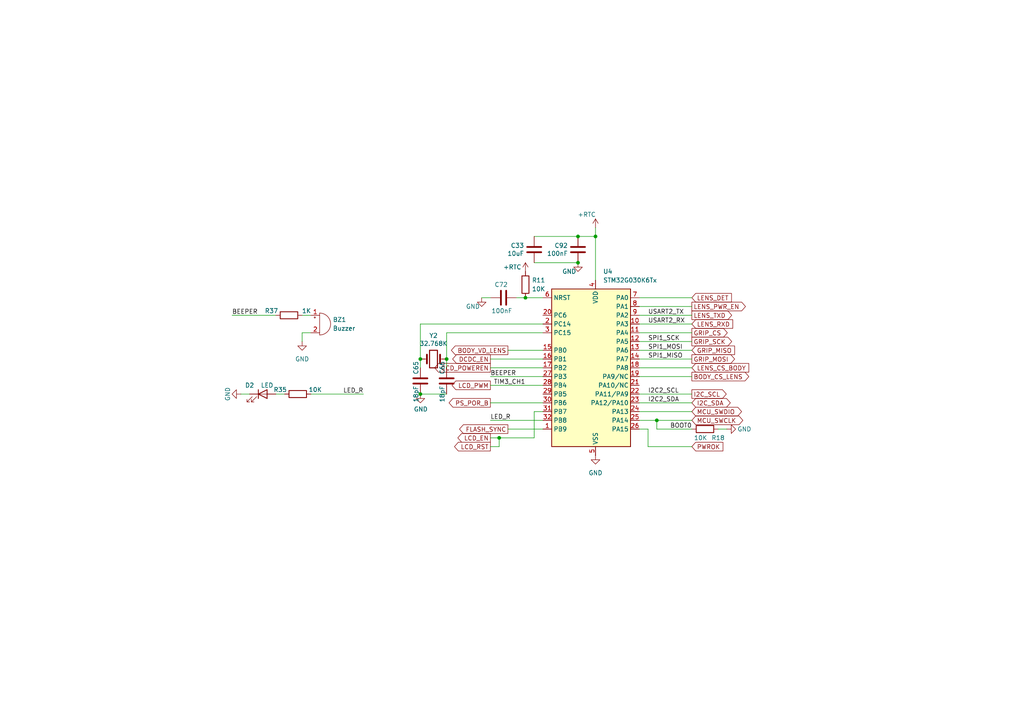
<source format=kicad_sch>
(kicad_sch (version 20231120) (generator "eeschema") (generator_version "8.0")
  (paper "A4")
  (title_block (title "Housekeeping Microcontroller") (date "2024-06-09") (rev "R0.10") (company "Copyright 2024 Anhang Li, Wenting Zhang") (comment 2 "MERCHANTABILITY, SATISFACTORY QUALITY AND FITNESS FOR A PARTICULAR PURPOSE.") (comment 3 "This source is distributed WITHOUT ANY EXPRESS OR IMPLIED WARRANTY, INCLUDING OF") (comment 4 "This source describes Open Hardware and is licensed under the CERN-OHL-P v2."))
  (lib_symbols
    (symbol "Device:Buzzer" (pin_names (offset 0.0254) hide)
      (property "Reference" "BZ" (at 3.81 1.27 0))
      (property "Value" "Buzzer" (at 3.81 -1.27 0))
      (symbol "Buzzer_0_1"
        (arc (start 0 -3.175) (mid 3.1612 0) (end 0 3.175))
        (polyline (pts (xy -1.651 1.905) (xy -1.143 1.905)))
        (polyline (pts (xy -1.397 2.159) (xy -1.397 1.651)))
        (polyline (pts (xy 0 3.175) (xy 0 -3.175)))
      )
      (symbol "Buzzer_1_1"
        (pin passive line (at -2.54 2.54 0) (length 2.54) (name "+") (number "1"))
        (pin passive line (at -2.54 -2.54 0) (length 2.54) (name "-") (number "2"))
      )
    )
    (symbol "Device:C" (pin_numbers hide) (pin_names (offset 0.254))
      (property "Reference" "C" (at 0.635 2.54 0))
      (property "Value" "C" (at 0.635 -2.54 0))
      (symbol "C_0_1"
        (polyline (pts (xy -2.032 -0.762) (xy 2.032 -0.762)) (stroke (width 0.508)))
        (polyline (pts (xy -2.032 0.762) (xy 2.032 0.762)) (stroke (width 0.508)))
      )
      (symbol "C_1_1"
        (pin passive line (at 0 3.81 270) (length 2.794) (name "~") (number "1"))
        (pin passive line (at 0 -3.81 90) (length 2.794) (name "~") (number "2"))
      )
    )
    (symbol "Device:Crystal" (pin_numbers hide) (pin_names (offset 1.016) hide)
      (property "Reference" "Y" (at 0 3.81 0))
      (property "Value" "Crystal" (at 0 -3.81 0))
      (symbol "Crystal_0_1"
        (rectangle (start -1.143 2.54) (end 1.143 -2.54) (stroke (width 0.3048)))
        (polyline (pts (xy -2.54 0) (xy -1.905 0)))
        (polyline (pts (xy -1.905 -1.27) (xy -1.905 1.27)) (stroke (width 0.508)))
        (polyline (pts (xy 1.905 -1.27) (xy 1.905 1.27)) (stroke (width 0.508)))
        (polyline (pts (xy 2.54 0) (xy 1.905 0)))
      )
      (symbol "Crystal_1_1"
        (pin passive line (at -3.81 0 0) (length 1.27) (name "1") (number "1"))
        (pin passive line (at 3.81 0 180) (length 1.27) (name "2") (number "2"))
      )
    )
    (symbol "Device:LED" (pin_numbers hide) (pin_names (offset 1.016) hide)
      (property "Reference" "D" (at 0 2.54 0))
      (property "Value" "LED" (at 0 -2.54 0))
      (symbol "LED_0_1"
        (polyline (pts (xy -1.27 -1.27) (xy -1.27 1.27)) (stroke (width 0.254)))
        (polyline (pts (xy -1.27 0) (xy 1.27 0)))
        (polyline (pts (xy 1.27 -1.27) (xy 1.27 1.27) (xy -1.27 0) (xy 1.27 -1.27)) (stroke (width 0.254)))
        (polyline (pts (xy -3.048 -0.762) (xy -4.572 -2.286) (xy -3.81 -2.286) (xy -4.572 -2.286) (xy -4.572 -1.524)))
        (polyline (pts (xy -1.778 -0.762) (xy -3.302 -2.286) (xy -2.54 -2.286) (xy -3.302 -2.286) (xy -3.302 -1.524)))
      )
      (symbol "LED_1_1"
        (pin passive line (at -3.81 0 0) (length 2.54) (name "K") (number "1"))
        (pin passive line (at 3.81 0 180) (length 2.54) (name "A") (number "2"))
      )
    )
    (symbol "Device:R" (pin_numbers hide) (pin_names (offset 0))
      (property "Reference" "R" (at 2.032 0 90))
      (property "Value" "R" (at 0 0 90))
      (symbol "R_0_1"
        (rectangle (start -1.016 -2.54) (end 1.016 2.54) (stroke (width 0.254)))
      )
      (symbol "R_1_1"
        (pin passive line (at 0 3.81 270) (length 1.27) (name "~") (number "1"))
        (pin passive line (at 0 -3.81 90) (length 1.27) (name "~") (number "2"))
      )
    )
    (symbol "MCU_ST_STM32G0:STM32G030K6Tx"
      (property "Reference" "U" (at -10.16 24.13 0))
      (property "Value" "STM32G030K6Tx" (at 5.08 24.13 0))
      (symbol "STM32G030K6Tx_0_1"
        (rectangle (start -10.16 -22.86) (end 12.7 22.86) (stroke (width 0.254)) (fill (type background)))
      )
      (symbol "STM32G030K6Tx_1_1"
        (pin bidirectional line (at -12.7 -17.78 0) (length 2.54) (name "PB9") (number "1"))
        (pin bidirectional line (at 15.24 12.7 180) (length 2.54) (name "PA3") (number "10"))
        (pin bidirectional line (at 15.24 10.16 180) (length 2.54) (name "PA4") (number "11"))
        (pin bidirectional line (at 15.24 7.62 180) (length 2.54) (name "PA5") (number "12"))
        (pin bidirectional line (at 15.24 5.08 180) (length 2.54) (name "PA6") (number "13"))
        (pin bidirectional line (at 15.24 2.54 180) (length 2.54) (name "PA7") (number "14"))
        (pin bidirectional line (at -12.7 5.08 0) (length 2.54) (name "PB0") (number "15"))
        (pin bidirectional line (at -12.7 2.54 0) (length 2.54) (name "PB1") (number "16"))
        (pin bidirectional line (at -12.7 0 0) (length 2.54) (name "PB2") (number "17"))
        (pin bidirectional line (at 15.24 0 180) (length 2.54) (name "PA8") (number "18"))
        (pin bidirectional line (at 15.24 -2.54 180) (length 2.54) (name "PA9/NC") (number "19"))
        (pin bidirectional line (at -12.7 12.7 0) (length 2.54) (name "PC14") (number "2"))
        (pin bidirectional line (at -12.7 15.24 0) (length 2.54) (name "PC6") (number "20"))
        (pin bidirectional line (at 15.24 -5.08 180) (length 2.54) (name "PA10/NC") (number "21"))
        (pin bidirectional line (at 15.24 -7.62 180) (length 2.54) (name "PA11/PA9") (number "22"))
        (pin bidirectional line (at 15.24 -10.16 180) (length 2.54) (name "PA12/PA10") (number "23"))
        (pin bidirectional line (at 15.24 -12.7 180) (length 2.54) (name "PA13") (number "24"))
        (pin bidirectional line (at 15.24 -15.24 180) (length 2.54) (name "PA14") (number "25"))
        (pin bidirectional line (at 15.24 -17.78 180) (length 2.54) (name "PA15") (number "26"))
        (pin bidirectional line (at -12.7 -2.54 0) (length 2.54) (name "PB3") (number "27"))
        (pin bidirectional line (at -12.7 -5.08 0) (length 2.54) (name "PB4") (number "28"))
        (pin bidirectional line (at -12.7 -7.62 0) (length 2.54) (name "PB5") (number "29"))
        (pin bidirectional line (at -12.7 10.16 0) (length 2.54) (name "PC15") (number "3"))
        (pin bidirectional line (at -12.7 -10.16 0) (length 2.54) (name "PB6") (number "30"))
        (pin bidirectional line (at -12.7 -12.7 0) (length 2.54) (name "PB7") (number "31"))
        (pin bidirectional line (at -12.7 -15.24 0) (length 2.54) (name "PB8") (number "32"))
        (pin power_in line (at 2.54 25.4 270) (length 2.54) (name "VDD") (number "4"))
        (pin power_in line (at 2.54 -25.4 90) (length 2.54) (name "VSS") (number "5"))
        (pin input line (at -12.7 20.32 0) (length 2.54) (name "NRST") (number "6"))
        (pin bidirectional line (at 15.24 20.32 180) (length 2.54) (name "PA0") (number "7"))
        (pin bidirectional line (at 15.24 17.78 180) (length 2.54) (name "PA1") (number "8"))
        (pin bidirectional line (at 15.24 15.24 180) (length 2.54) (name "PA2") (number "9"))
      )
    )
    (symbol "power:GND" (power) (pin_numbers hide) (pin_names (offset 0) hide)
      (property "Value" "GND" (at 0 -3.81 0))
      (symbol "GND_0_1"
        (polyline (pts (xy 0 0) (xy 0 -1.27) (xy 1.27 -1.27) (xy 0 -2.54) (xy -1.27 -1.27) (xy 0 -1.27)))
      )
      (symbol "GND_1_1"
        (pin power_in line (at 0 0 270) (length 0) (name "~") (number "1"))
      )
    )
    (symbol "symbols:+RTC" (power) (pin_names (offset 0))
      (property "Value" "+RTC" (at 0 3.556 0))
      (symbol "+RTC_0_1"
        (polyline (pts (xy -0.762 1.27) (xy 0 2.54)))
        (polyline (pts (xy 0 0) (xy 0 2.54)))
        (polyline (pts (xy 0 2.54) (xy 0.762 1.27)))
      )
      (symbol "+RTC_1_1"
        (pin power_in line (at 0 0 90) (length 0) hide (name "+RTC") (number "1"))
      )
    )
  )
  (junction (at 167.64 76.2))
  (junction (at 121.92 104.14))
  (junction (at 190.5 121.92))
  (junction (at 129.54 104.14))
  (junction (at 121.92 114.3) (diameter 0.9144))
  (junction (at 172.72 68.58))
  (junction (at 152.4 86.36))
  (junction (at 167.64 68.58))
  (junction (at 144.78 127))
  (wire (pts (xy 157.48 121.92) (xy 142.24 121.92)))
  (wire (pts (xy 142.24 106.68) (xy 157.48 106.68)))
  (wire (pts (xy 67.31 91.44) (xy 80.01 91.44)))
  (wire (pts (xy 185.42 88.9) (xy 200.66 88.9)))
  (wire (pts (xy 185.42 101.6) (xy 200.66 101.6)))
  (wire (pts (xy 185.42 116.84) (xy 200.66 116.84)))
  (wire (pts (xy 157.48 116.84) (xy 142.24 116.84)))
  (wire (pts (xy 157.48 109.22) (xy 142.24 109.22)))
  (wire (pts (xy 154.94 68.58) (xy 167.64 68.58)))
  (wire (pts (xy 121.92 93.98) (xy 157.48 93.98)))
  (wire (pts (xy 129.54 104.14) (xy 129.54 106.68)))
  (wire (pts (xy 190.5 121.92) (xy 200.66 121.92)))
  (wire (pts (xy 185.42 91.44) (xy 200.66 91.44)))
  (wire (pts (xy 154.94 127) (xy 144.78 127)))
  (wire (pts (xy 87.63 91.44) (xy 90.17 91.44)))
  (wire (pts (xy 185.42 106.68) (xy 200.66 106.68)))
  (wire (pts (xy 90.17 114.3) (xy 105.41 114.3)))
  (wire (pts (xy 185.42 99.06) (xy 200.66 99.06)))
  (wire (pts (xy 190.5 121.92) (xy 190.5 124.46)))
  (wire (pts (xy 185.42 114.3) (xy 200.66 114.3)))
  (wire (pts (xy 129.54 96.52) (xy 129.54 104.14)))
  (wire (pts (xy 129.54 96.52) (xy 157.48 96.52)))
  (wire (pts (xy 185.42 96.52) (xy 200.66 96.52)))
  (wire (pts (xy 87.63 96.52) (xy 87.63 99.06)))
  (wire (pts (xy 72.39 114.3) (xy 69.85 114.3)))
  (wire (pts (xy 157.48 111.76) (xy 142.24 111.76)))
  (wire (pts (xy 129.54 114.3) (xy 121.92 114.3)))
  (wire (pts (xy 157.48 101.6) (xy 147.32 101.6)))
  (wire (pts (xy 139.7 86.36) (xy 142.24 86.36)))
  (wire (pts (xy 157.48 119.38) (xy 154.94 119.38)))
  (wire (pts (xy 144.78 129.54) (xy 144.78 127)))
  (wire (pts (xy 121.92 106.68) (xy 121.92 104.14)))
  (wire (pts (xy 149.86 86.36) (xy 152.4 86.36)))
  (wire (pts (xy 200.66 129.54) (xy 187.96 129.54)))
  (wire (pts (xy 185.42 109.22) (xy 200.66 109.22)))
  (wire (pts (xy 157.48 104.14) (xy 142.24 104.14)))
  (wire (pts (xy 185.42 119.38) (xy 200.66 119.38)))
  (wire (pts (xy 172.72 68.58) (xy 172.72 81.28)))
  (wire (pts (xy 187.96 129.54) (xy 187.96 124.46)))
  (wire (pts (xy 154.94 76.2) (xy 167.64 76.2)))
  (wire (pts (xy 90.17 96.52) (xy 87.63 96.52)))
  (wire (pts (xy 172.72 66.04) (xy 172.72 68.58)))
  (wire (pts (xy 152.4 86.36) (xy 157.48 86.36)))
  (wire (pts (xy 147.32 124.46) (xy 157.48 124.46)))
  (wire (pts (xy 185.42 104.14) (xy 200.66 104.14)))
  (wire (pts (xy 185.42 86.36) (xy 200.66 86.36)))
  (wire (pts (xy 185.42 93.98) (xy 200.66 93.98)))
  (wire (pts (xy 210.82 124.46) (xy 208.28 124.46)))
  (wire (pts (xy 185.42 121.92) (xy 190.5 121.92)))
  (wire (pts (xy 142.24 129.54) (xy 144.78 129.54)))
  (wire (pts (xy 121.92 93.98) (xy 121.92 104.14)))
  (wire (pts (xy 187.96 124.46) (xy 185.42 124.46)))
  (wire (pts (xy 167.64 68.58) (xy 172.72 68.58)))
  (wire (pts (xy 154.94 119.38) (xy 154.94 127)))
  (wire (pts (xy 80.01 114.3) (xy 82.55 114.3)))
  (wire (pts (xy 200.66 124.46) (xy 190.5 124.46)))
  (wire (pts (xy 144.78 127) (xy 142.24 127)))
  (label "BOOT0" (at 200.66 124.46 180))
  (label "SPI1_MISO" (at 187.96 104.14 0))
  (label "BEEPER" (at 142.24 109.22 0))
  (label "USART2_RX" (at 187.96 93.98 0))
  (label "SPI1_MOSI" (at 187.96 101.6 0))
  (label "SPI1_SCK" (at 187.96 99.06 0))
  (label "LED_R" (at 105.41 114.3 180))
  (label "USART2_TX" (at 187.96 91.44 0))
  (label "LED_R" (at 142.24 121.92 0))
  (label "I2C2_SDA" (at 187.96 116.84 0))
  (label "I2C2_SCL" (at 187.96 114.3 0))
  (label "TIM3_CH1" (at 152.4 111.76 180))
  (label "BEEPER" (at 67.31 91.44 0))
  (global_label "LCD_EN" (shape output) (at 142.24 127 180) (property "Intersheetrefs" "${INTERSHEET_REFS}" (effects (hide yes))))
  (global_label "PS_POR_B" (shape output) (at 142.24 116.84 180) (property "Intersheetrefs" "${INTERSHEET_REFS}" (effects (hide yes))))
  (global_label "LENS_PWR_EN" (shape output) (at 200.66 88.9 0) (property "Intersheetrefs" "${INTERSHEET_REFS}" (effects (hide yes))))
  (global_label "BODY_VD_LENS" (shape output) (at 147.32 101.6 180) (property "Intersheetrefs" "${INTERSHEET_REFS}" (effects (hide yes))))
  (global_label "I2C_SCL" (shape output) (at 200.66 114.3 0) (property "Intersheetrefs" "${INTERSHEET_REFS}" (effects (hide yes))))
  (global_label "LENS_TXD" (shape output) (at 200.66 91.44 0) (property "Intersheetrefs" "${INTERSHEET_REFS}" (effects (hide yes))))
  (global_label "DCDC_EN" (shape output) (at 142.24 104.14 180) (property "Intersheetrefs" "${INTERSHEET_REFS}" (effects (hide yes))))
  (global_label "GRIP_MISO" (shape input) (at 200.66 101.6 0) (property "Intersheetrefs" "${INTERSHEET_REFS}" (effects (hide yes))))
  (global_label "CCD_POWEREN" (shape output) (at 142.24 106.68 180) (property "Intersheetrefs" "${INTERSHEET_REFS}" (effects (hide yes))))
  (global_label "GRIP_MOSI" (shape output) (at 200.66 104.14 0) (property "Intersheetrefs" "${INTERSHEET_REFS}" (effects (hide yes))))
  (global_label "GRIP_CS" (shape output) (at 200.66 96.52 0) (property "Intersheetrefs" "${INTERSHEET_REFS}" (effects (hide yes))))
  (global_label "PWROK" (shape input) (at 200.66 129.54 0) (property "Intersheetrefs" "${INTERSHEET_REFS}" (effects (hide yes))))
  (global_label "LENS_DET" (shape input) (at 200.66 86.36 0) (property "Intersheetrefs" "${INTERSHEET_REFS}" (effects (hide yes))))
  (global_label "LENS_CS_BODY" (shape input) (at 200.66 106.68 0) (property "Intersheetrefs" "${INTERSHEET_REFS}" (effects (hide yes))))
  (global_label "BODY_CS_LENS" (shape output) (at 200.66 109.22 0) (property "Intersheetrefs" "${INTERSHEET_REFS}" (effects (hide yes))))
  (global_label "LCD_RST" (shape output) (at 142.24 129.54 180) (property "Intersheetrefs" "${INTERSHEET_REFS}" (effects (hide yes))))
  (global_label "I2C_SDA" (shape bidirectional) (at 200.66 116.84 0) (property "Intersheetrefs" "${INTERSHEET_REFS}" (effects (hide yes))))
  (global_label "FLASH_SYNC" (shape output) (at 147.32 124.46 180) (property "Intersheetrefs" "${INTERSHEET_REFS}" (effects (hide yes))))
  (global_label "MCU_SWCLK" (shape bidirectional) (at 200.66 121.92 0) (property "Intersheetrefs" "${INTERSHEET_REFS}" (effects (hide yes))))
  (global_label "LCD_PWM" (shape output) (at 142.24 111.76 180) (property "Intersheetrefs" "${INTERSHEET_REFS}" (effects (hide yes))))
  (global_label "MCU_SWDIO" (shape bidirectional) (at 200.66 119.38 0) (property "Intersheetrefs" "${INTERSHEET_REFS}" (effects (hide yes))))
  (global_label "GRIP_SCK" (shape output) (at 200.66 99.06 0) (property "Intersheetrefs" "${INTERSHEET_REFS}" (effects (hide yes))))
  (global_label "LENS_RXD" (shape input) (at 200.66 93.98 0) (property "Intersheetrefs" "${INTERSHEET_REFS}" (effects (hide yes))))
  (symbol (lib_id "power:GND") (at 210.82 124.46 90) (unit 1)
    (property "Reference" "#PWR010" (effects (hide yes)))
    (property "Value" "GND" (at 215.9 124.46 90))
    (property "Description" "Power symbol creates a global label with name \"GND\" , ground" (effects (hide yes)))
  )
  (symbol (lib_id "power:GND") (at 139.7 86.36 0) (unit 1)
    (property "Reference" "#PWR043" (effects (hide yes)))
    (property "Value" "GND" (at 137.16 88.9 0))
    (property "Description" "Power symbol creates a global label with name \"GND\" , ground" (effects (hide yes)))
  )
  (symbol (lib_id "Device:C") (at 167.64 72.39 0) (mirror y) (unit 1)
    (property "Reference" "C92" (at 164.719 71.2216 0) (effects (justify left)))
    (property "Value" "100nF" (at 164.719 73.533 0) (effects (justify left)))
    (property "Footprint" "Capacitor_SMD:C_0402_1005Metric" (effects (hide yes)))
  )
  (symbol (lib_id "Device:C") (at 121.92 110.49 180) (unit 1)
    (property "Reference" "C65" (at 120.65 106.68 90))
    (property "Value" "18pF" (at 120.65 114.3 90))
    (property "Footprint" "Capacitor_SMD:C_0402_1005Metric" (effects (hide yes)))
  )
  (symbol (lib_id "Device:R") (at 152.4 82.55 0) (unit 1)
    (property "Reference" "R11" (at 156.21 81.28 0))
    (property "Value" "10K" (at 156.21 83.82 0))
    (property "Footprint" "Resistor_SMD:R_0402_1005Metric" (effects (hide yes)))
  )
  (symbol (lib_id "Device:Crystal") (at 125.73 104.14 0) (unit 1)
    (property "Reference" "Y2" (at 125.73 97.3328 0))
    (property "Value" "32.768K" (at 125.73 99.6442 0))
    (property "Footprint" "Crystal:Crystal_SMD_TXC_9HT11-2Pin_2.0x1.2mm_HandSoldering" (effects (hide yes)))
  )
  (symbol (lib_id "power:GND") (at 87.63 99.06 0) (unit 1)
    (property "Reference" "#PWR027" (effects (hide yes)))
    (property "Value" "GND" (at 87.63 104.14 0))
    (property "Description" "Power symbol creates a global label with name \"GND\" , ground" (effects (hide yes)))
  )
  (symbol (lib_id "Device:R") (at 204.47 124.46 270) (unit 1)
    (property "Reference" "R18" (at 208.28 127 90))
    (property "Value" "10K" (at 203.2 127 90))
    (property "Footprint" "Resistor_SMD:R_0402_1005Metric" (effects (hide yes)))
  )
  (symbol (lib_id "Device:C") (at 146.05 86.36 90) (mirror x) (unit 1)
    (property "Reference" "C72" (at 147.32 82.55 90) (effects (justify left)))
    (property "Value" "100nF" (at 148.59 90.17 90) (effects (justify left)))
    (property "Footprint" "Capacitor_SMD:C_0402_1005Metric" (effects (hide yes)))
  )
  (symbol (lib_id "power:GND") (at 167.64 76.2 0) (unit 1)
    (property "Reference" "#PWR088" (effects (hide yes)))
    (property "Value" "GND" (at 165.1 78.74 0))
    (property "Description" "Power symbol creates a global label with name \"GND\" , ground" (effects (hide yes)))
  )
  (symbol (lib_id "Device:C") (at 154.94 72.39 0) (mirror y) (unit 1)
    (property "Reference" "C33" (at 152.019 71.2216 0) (effects (justify left)))
    (property "Value" "10uF" (at 152.019 73.533 0) (effects (justify left)))
    (property "Footprint" "Capacitor_SMD:C_0603_1608Metric" (effects (hide yes)))
  )
  (symbol (lib_id "symbols:+RTC") (at 152.4 78.74 0) (unit 1)
    (property "Reference" "#PWR041" (effects (hide yes)))
    (property "Value" "+RTC" (at 148.59 77.47 0))
  )
  (symbol (lib_id "Device:LED") (at 76.2 114.3 0) (unit 1)
    (property "Reference" "D2" (at 72.39 111.76 0))
    (property "Value" "LED" (at 77.47 111.76 0))
    (property "Footprint" "LED_SMD:LED_0603_1608Metric" (effects (hide yes)))
    (property "Description" "Light emitting diode" (effects (hide yes)))
  )
  (symbol (lib_id "Device:R") (at 86.36 114.3 270) (unit 1)
    (property "Reference" "R35" (at 81.28 113.03 90))
    (property "Value" "10K" (at 91.44 113.03 90))
    (property "Footprint" "Resistor_SMD:R_0402_1005Metric" (effects (hide yes)))
  )
  (symbol (lib_id "Device:Buzzer") (at 92.71 93.98 0) (unit 1)
    (property "Reference" "BZ1" (at 96.52 92.7099 0) (effects (justify left)))
    (property "Value" "Buzzer" (at 96.52 95.2499 0) (effects (justify left)))
    (property "Footprint" "Buzzer_Beeper:Buzzer_Murata_PKMCS0909E" (effects (hide yes)))
    (property "Description" "Buzzer, polarized" (effects (hide yes)))
  )
  (symbol (lib_id "symbols:+RTC") (at 172.72 66.04 0) (unit 1)
    (property "Reference" "#PWR090" (effects (hide yes)))
    (property "Value" "+RTC" (at 170.18 62.23 0))
  )
  (symbol (lib_id "Device:R") (at 83.82 91.44 270) (unit 1)
    (property "Reference" "R37" (at 78.74 90.17 90))
    (property "Value" "1K" (at 88.9 90.17 90))
    (property "Footprint" "Resistor_SMD:R_0402_1005Metric" (effects (hide yes)))
  )
  (symbol (lib_id "power:GND") (at 121.92 114.3 0) (unit 1)
    (property "Reference" "#PWR087" (effects (hide yes)))
    (property "Value" "GND" (at 122.047 118.6942 0))
  )
  (symbol (lib_id "power:GND") (at 69.85 114.3 270) (unit 1)
    (property "Reference" "#PWR0132" (effects (hide yes)))
    (property "Value" "GND" (at 66.04 114.3 0))
    (property "Description" "Power symbol creates a global label with name \"GND\" , ground" (effects (hide yes)))
  )
  (symbol (lib_id "MCU_ST_STM32G0:STM32G030K6Tx") (at 170.18 106.68 0) (unit 1)
    (property "Reference" "U4" (at 174.9141 78.74 0) (effects (justify left)))
    (property "Value" "STM32G030K6Tx" (at 174.9141 81.28 0) (effects (justify left)))
    (property "Footprint" "Package_QFP:LQFP-32_7x7mm_P0.8mm" (effects (hide yes)))
    (property "Datasheet" "https://www.st.com/resource/en/datasheet/stm32g030k6.pdf" (effects (hide yes)))
    (property "Description" "STMicroelectronics Arm Cortex-M0+ MCU, 32KB flash, 8KB RAM, 64 MHz, 2.0-3.6V, 29 GPIO, LQFP32" (effects (hide yes)))
  )
  (symbol (lib_id "Device:C") (at 129.54 110.49 180) (unit 1)
    (property "Reference" "C66" (at 128.27 106.68 90))
    (property "Value" "18pF" (at 128.27 114.3 90))
    (property "Footprint" "Capacitor_SMD:C_0402_1005Metric" (effects (hide yes)))
  )
  (symbol (lib_id "power:GND") (at 172.72 132.08 0) (unit 1)
    (property "Reference" "#PWR060" (effects (hide yes)))
    (property "Value" "GND" (at 172.72 137.16 0))
    (property "Description" "Power symbol creates a global label with name \"GND\" , ground" (effects (hide yes)))
  )
)
</source>
